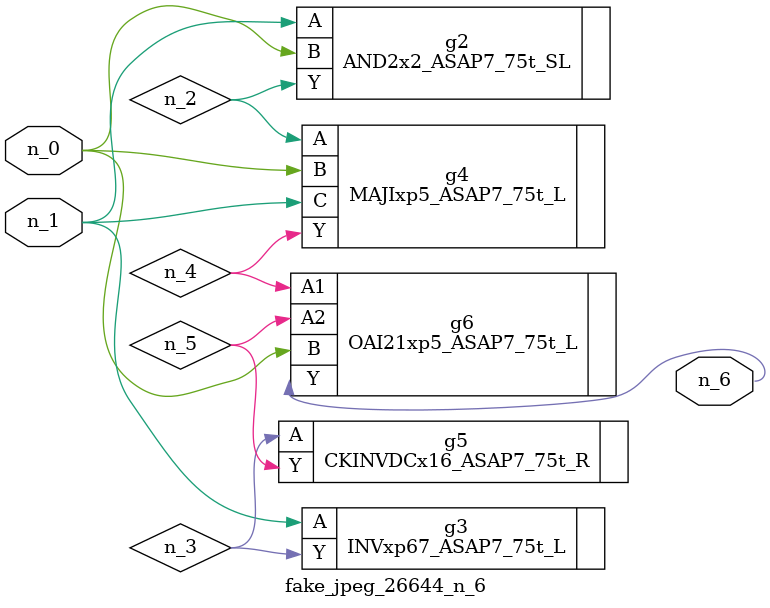
<source format=v>
module fake_jpeg_26644_n_6 (n_0, n_1, n_6);

input n_0;
input n_1;

output n_6;

wire n_2;
wire n_3;
wire n_4;
wire n_5;

AND2x2_ASAP7_75t_SL g2 ( 
.A(n_1),
.B(n_0),
.Y(n_2)
);

INVxp67_ASAP7_75t_L g3 ( 
.A(n_1),
.Y(n_3)
);

MAJIxp5_ASAP7_75t_L g4 ( 
.A(n_2),
.B(n_0),
.C(n_1),
.Y(n_4)
);

OAI21xp5_ASAP7_75t_L g6 ( 
.A1(n_4),
.A2(n_5),
.B(n_0),
.Y(n_6)
);

CKINVDCx16_ASAP7_75t_R g5 ( 
.A(n_3),
.Y(n_5)
);


endmodule
</source>
